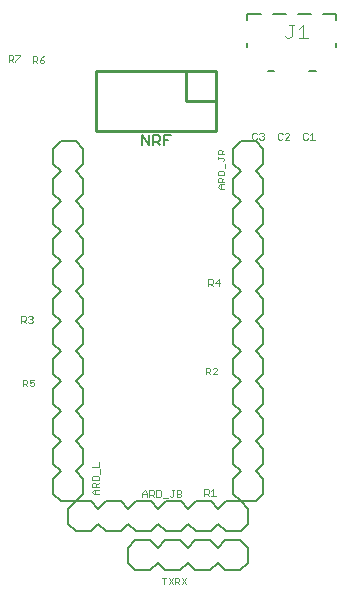
<source format=gto>
G75*
%MOIN*%
%OFA0B0*%
%FSLAX24Y24*%
%IPPOS*%
%LPD*%
%AMOC8*
5,1,8,0,0,1.08239X$1,22.5*
%
%ADD10C,0.0020*%
%ADD11C,0.0050*%
%ADD12C,0.0040*%
%ADD13C,0.0100*%
%ADD14C,0.0070*%
%ADD15C,0.0080*%
%ADD16C,0.0030*%
D10*
X008060Y012360D02*
X008060Y012590D01*
X008175Y012590D01*
X008213Y012552D01*
X008213Y012475D01*
X008175Y012437D01*
X008060Y012437D01*
X008136Y012437D02*
X008213Y012360D01*
X008290Y012398D02*
X008328Y012360D01*
X008405Y012360D01*
X008443Y012398D01*
X008443Y012475D01*
X008405Y012513D01*
X008367Y012513D01*
X008290Y012475D01*
X008290Y012590D01*
X008443Y012590D01*
X008355Y014480D02*
X008278Y014480D01*
X008240Y014518D01*
X008163Y014480D02*
X008086Y014557D01*
X008125Y014557D02*
X008010Y014557D01*
X008010Y014480D02*
X008010Y014710D01*
X008125Y014710D01*
X008163Y014672D01*
X008163Y014595D01*
X008125Y014557D01*
X008240Y014672D02*
X008278Y014710D01*
X008355Y014710D01*
X008393Y014672D01*
X008393Y014633D01*
X008355Y014595D01*
X008393Y014557D01*
X008393Y014518D01*
X008355Y014480D01*
X008355Y014595D02*
X008317Y014595D01*
X014245Y015700D02*
X014245Y015930D01*
X014360Y015930D01*
X014398Y015892D01*
X014398Y015815D01*
X014360Y015777D01*
X014245Y015777D01*
X014321Y015777D02*
X014398Y015700D01*
X014475Y015815D02*
X014628Y015815D01*
X014590Y015700D02*
X014590Y015930D01*
X014475Y015815D01*
X014510Y012990D02*
X014434Y012990D01*
X014395Y012952D01*
X014318Y012952D02*
X014318Y012875D01*
X014280Y012837D01*
X014165Y012837D01*
X014242Y012837D02*
X014318Y012760D01*
X014395Y012760D02*
X014549Y012913D01*
X014549Y012952D01*
X014510Y012990D01*
X014318Y012952D02*
X014280Y012990D01*
X014165Y012990D01*
X014165Y012760D01*
X014395Y012760D02*
X014549Y012760D01*
X014422Y008935D02*
X014422Y008705D01*
X014498Y008705D02*
X014345Y008705D01*
X014268Y008705D02*
X014191Y008782D01*
X014230Y008782D02*
X014115Y008782D01*
X014115Y008705D02*
X014115Y008935D01*
X014230Y008935D01*
X014268Y008897D01*
X014268Y008820D01*
X014230Y008782D01*
X014345Y008858D02*
X014422Y008935D01*
X015758Y020590D02*
X015720Y020628D01*
X015720Y020782D01*
X015758Y020820D01*
X015835Y020820D01*
X015873Y020782D01*
X015950Y020782D02*
X015989Y020820D01*
X016065Y020820D01*
X016104Y020782D01*
X016104Y020743D01*
X016065Y020705D01*
X016104Y020667D01*
X016104Y020628D01*
X016065Y020590D01*
X015989Y020590D01*
X015950Y020628D01*
X015873Y020628D02*
X015835Y020590D01*
X015758Y020590D01*
X016027Y020705D02*
X016065Y020705D01*
X016570Y020782D02*
X016570Y020628D01*
X016608Y020590D01*
X016685Y020590D01*
X016723Y020628D01*
X016800Y020590D02*
X016954Y020743D01*
X016954Y020782D01*
X016915Y020820D01*
X016839Y020820D01*
X016800Y020782D01*
X016723Y020782D02*
X016685Y020820D01*
X016608Y020820D01*
X016570Y020782D01*
X016800Y020590D02*
X016954Y020590D01*
X017410Y020628D02*
X017410Y020782D01*
X017448Y020820D01*
X017525Y020820D01*
X017563Y020782D01*
X017640Y020743D02*
X017717Y020820D01*
X017717Y020590D01*
X017640Y020590D02*
X017794Y020590D01*
X017563Y020628D02*
X017525Y020590D01*
X017448Y020590D01*
X017410Y020628D01*
X008783Y023178D02*
X008783Y023217D01*
X008745Y023255D01*
X008630Y023255D01*
X008630Y023178D01*
X008668Y023140D01*
X008745Y023140D01*
X008783Y023178D01*
X008707Y023332D02*
X008630Y023255D01*
X008553Y023255D02*
X008553Y023332D01*
X008515Y023370D01*
X008400Y023370D01*
X008400Y023140D01*
X008400Y023217D02*
X008515Y023217D01*
X008553Y023255D01*
X008476Y023217D02*
X008553Y023140D01*
X008707Y023332D02*
X008783Y023370D01*
X007974Y023372D02*
X007820Y023218D01*
X007820Y023180D01*
X007743Y023180D02*
X007667Y023257D01*
X007705Y023257D02*
X007590Y023257D01*
X007590Y023180D02*
X007590Y023410D01*
X007705Y023410D01*
X007743Y023372D01*
X007743Y023295D01*
X007705Y023257D01*
X007820Y023410D02*
X007974Y023410D01*
X007974Y023372D01*
D11*
X015554Y023659D02*
X015554Y023816D01*
X015554Y024564D02*
X015554Y024761D01*
X015997Y024761D01*
X016390Y024761D02*
X016833Y024761D01*
X017227Y024761D02*
X017670Y024761D01*
X018063Y024761D02*
X018506Y024761D01*
X018506Y024564D01*
X018506Y023816D02*
X018506Y023659D01*
X017837Y022871D02*
X017621Y022871D01*
X016439Y022871D02*
X016223Y022871D01*
D12*
X016877Y023960D02*
X016953Y023960D01*
X017030Y024037D01*
X017030Y024420D01*
X016953Y024420D02*
X017107Y024420D01*
X017260Y024267D02*
X017414Y024420D01*
X017414Y023960D01*
X017567Y023960D02*
X017260Y023960D01*
X016877Y023960D02*
X016800Y024037D01*
X013502Y005970D02*
X013369Y005770D01*
X013281Y005770D02*
X013215Y005837D01*
X013248Y005837D02*
X013148Y005837D01*
X013148Y005770D02*
X013148Y005970D01*
X013248Y005970D01*
X013281Y005937D01*
X013281Y005870D01*
X013248Y005837D01*
X013369Y005970D02*
X013502Y005770D01*
X013060Y005770D02*
X012927Y005970D01*
X012839Y005970D02*
X012706Y005970D01*
X012773Y005970D02*
X012773Y005770D01*
X012927Y005770D02*
X013060Y005970D01*
D13*
X014510Y020870D02*
X010510Y020870D01*
X010510Y022870D01*
X013510Y022870D01*
X013510Y021870D01*
X014510Y021870D01*
X014510Y020870D01*
X014510Y021870D02*
X014510Y022870D01*
X013510Y022870D01*
D14*
X013002Y020735D02*
X012782Y020735D01*
X012782Y020405D01*
X012634Y020405D02*
X012523Y020515D01*
X012578Y020515D02*
X012413Y020515D01*
X012413Y020405D02*
X012413Y020735D01*
X012578Y020735D01*
X012634Y020680D01*
X012634Y020570D01*
X012578Y020515D01*
X012782Y020570D02*
X012892Y020570D01*
X012265Y020405D02*
X012265Y020735D01*
X012045Y020735D02*
X012265Y020405D01*
X012045Y020405D02*
X012045Y020735D01*
D15*
X009080Y008780D02*
X009330Y008530D01*
X009830Y008530D01*
X010330Y008530D01*
X010580Y008280D01*
X010830Y008530D01*
X011330Y008530D01*
X011580Y008280D01*
X011830Y008530D01*
X012330Y008530D01*
X012580Y008280D01*
X012830Y008530D01*
X013330Y008530D01*
X013580Y008280D01*
X013830Y008530D01*
X014330Y008530D01*
X014580Y008280D01*
X014830Y008530D01*
X015330Y008530D01*
X015580Y008280D01*
X015580Y007780D01*
X015330Y007530D01*
X014830Y007530D01*
X014580Y007780D01*
X014330Y007530D01*
X013830Y007530D01*
X013580Y007780D01*
X013330Y007530D01*
X012830Y007530D01*
X012580Y007780D01*
X012330Y007530D01*
X011830Y007530D01*
X011580Y007780D01*
X011330Y007530D01*
X010830Y007530D01*
X010580Y007780D01*
X010330Y007530D01*
X009830Y007530D01*
X009580Y007780D01*
X009580Y008280D01*
X009830Y008530D01*
X010080Y008780D01*
X010080Y009280D01*
X009830Y009530D01*
X010080Y009780D01*
X010080Y010280D01*
X009830Y010530D01*
X010080Y010780D01*
X010080Y011280D01*
X009830Y011530D01*
X010080Y011780D01*
X010080Y012280D01*
X009830Y012530D01*
X010080Y012780D01*
X010080Y013280D01*
X009830Y013530D01*
X010080Y013780D01*
X010080Y014280D01*
X009830Y014530D01*
X010080Y014780D01*
X010080Y015280D01*
X009830Y015530D01*
X010080Y015780D01*
X010080Y016280D01*
X009830Y016530D01*
X010080Y016780D01*
X010080Y017280D01*
X009830Y017530D01*
X010080Y017780D01*
X010080Y018280D01*
X009830Y018530D01*
X010080Y018780D01*
X010080Y019280D01*
X009830Y019530D01*
X010080Y019780D01*
X010080Y020280D01*
X009830Y020530D01*
X009330Y020530D01*
X009080Y020280D01*
X009080Y019780D01*
X009330Y019530D01*
X009080Y019280D01*
X009080Y018780D01*
X009330Y018530D01*
X009080Y018280D01*
X009080Y017780D01*
X009330Y017530D01*
X009080Y017280D01*
X009080Y016780D01*
X009330Y016530D01*
X009080Y016280D01*
X009080Y015780D01*
X009330Y015530D01*
X009080Y015280D01*
X009080Y014780D01*
X009330Y014530D01*
X009080Y014280D01*
X009080Y013780D01*
X009330Y013530D01*
X009080Y013280D01*
X009080Y012780D01*
X009330Y012530D01*
X009080Y012280D01*
X009080Y011780D01*
X009330Y011530D01*
X009080Y011280D01*
X009080Y010780D01*
X009330Y010530D01*
X009080Y010280D01*
X009080Y009780D01*
X009330Y009530D01*
X009080Y009280D01*
X009080Y008780D01*
X011570Y006990D02*
X011570Y006490D01*
X011820Y006240D01*
X012320Y006240D01*
X012570Y006490D01*
X012820Y006240D01*
X013320Y006240D01*
X013570Y006490D01*
X013820Y006240D01*
X014320Y006240D01*
X014570Y006490D01*
X014820Y006240D01*
X015320Y006240D01*
X015570Y006490D01*
X015570Y006990D01*
X015320Y007240D01*
X014820Y007240D01*
X014570Y006990D01*
X014320Y007240D01*
X013820Y007240D01*
X013570Y006990D01*
X013320Y007240D01*
X012820Y007240D01*
X012570Y006990D01*
X012320Y007240D01*
X011820Y007240D01*
X011570Y006990D01*
X015080Y008780D02*
X015080Y009280D01*
X015330Y009530D01*
X015080Y009780D01*
X015080Y010280D01*
X015330Y010530D01*
X015080Y010780D01*
X015080Y011280D01*
X015330Y011530D01*
X015080Y011780D01*
X015080Y012280D01*
X015330Y012530D01*
X015080Y012780D01*
X015080Y013280D01*
X015330Y013530D01*
X015080Y013780D01*
X015080Y014280D01*
X015330Y014530D01*
X015080Y014780D01*
X015080Y015280D01*
X015330Y015530D01*
X015080Y015780D01*
X015080Y016280D01*
X015330Y016530D01*
X015080Y016780D01*
X015080Y017280D01*
X015330Y017530D01*
X015080Y017780D01*
X015080Y018280D01*
X015330Y018530D01*
X015080Y018780D01*
X015080Y019280D01*
X015330Y019530D01*
X015080Y019780D01*
X015080Y020280D01*
X015330Y020530D01*
X015830Y020530D01*
X016080Y020280D01*
X016080Y019780D01*
X015830Y019530D01*
X016080Y019280D01*
X016080Y018780D01*
X015830Y018530D01*
X016080Y018280D01*
X016080Y017780D01*
X015830Y017530D01*
X016080Y017280D01*
X016080Y016780D01*
X015830Y016530D01*
X016080Y016280D01*
X016080Y015780D01*
X015830Y015530D01*
X016080Y015280D01*
X016080Y014780D01*
X015830Y014530D01*
X016080Y014280D01*
X016080Y013780D01*
X015830Y013530D01*
X016080Y013280D01*
X016080Y012780D01*
X015830Y012530D01*
X016080Y012280D01*
X016080Y011780D01*
X015830Y011530D01*
X016080Y011280D01*
X016080Y010780D01*
X015830Y010530D01*
X016080Y010280D01*
X016080Y009780D01*
X015830Y009530D01*
X016080Y009280D01*
X016080Y008780D01*
X015830Y008530D01*
X015330Y008530D01*
X015080Y008780D01*
D16*
X013352Y008748D02*
X013352Y008712D01*
X013315Y008675D01*
X013205Y008675D01*
X013205Y008895D01*
X013315Y008895D01*
X013352Y008858D01*
X013352Y008822D01*
X013315Y008785D01*
X013205Y008785D01*
X013315Y008785D02*
X013352Y008748D01*
X013085Y008712D02*
X013085Y008895D01*
X013121Y008895D02*
X013048Y008895D01*
X013085Y008712D02*
X013048Y008675D01*
X013011Y008675D01*
X012975Y008712D01*
X012891Y008638D02*
X012744Y008638D01*
X012661Y008712D02*
X012661Y008858D01*
X012624Y008895D01*
X012514Y008895D01*
X012514Y008675D01*
X012624Y008675D01*
X012661Y008712D01*
X012431Y008675D02*
X012357Y008748D01*
X012394Y008748D02*
X012284Y008748D01*
X012284Y008675D02*
X012284Y008895D01*
X012394Y008895D01*
X012431Y008858D01*
X012431Y008785D01*
X012394Y008748D01*
X012201Y008785D02*
X012054Y008785D01*
X012054Y008822D02*
X012127Y008895D01*
X012201Y008822D01*
X012201Y008675D01*
X012054Y008675D02*
X012054Y008822D01*
X010595Y008765D02*
X010448Y008765D01*
X010375Y008838D01*
X010448Y008912D01*
X010595Y008912D01*
X010595Y008995D02*
X010375Y008995D01*
X010375Y009105D01*
X010412Y009142D01*
X010485Y009142D01*
X010522Y009105D01*
X010522Y008995D01*
X010522Y009069D02*
X010595Y009142D01*
X010595Y009225D02*
X010595Y009335D01*
X010558Y009372D01*
X010412Y009372D01*
X010375Y009335D01*
X010375Y009225D01*
X010595Y009225D01*
X010632Y009456D02*
X010632Y009602D01*
X010595Y009686D02*
X010595Y009833D01*
X010595Y009686D02*
X010375Y009686D01*
X010485Y008912D02*
X010485Y008765D01*
X014638Y018944D02*
X014565Y019017D01*
X014638Y019091D01*
X014785Y019091D01*
X014785Y019174D02*
X014565Y019174D01*
X014565Y019284D01*
X014602Y019321D01*
X014675Y019321D01*
X014712Y019284D01*
X014712Y019174D01*
X014712Y019247D02*
X014785Y019321D01*
X014785Y019404D02*
X014785Y019514D01*
X014748Y019551D01*
X014602Y019551D01*
X014565Y019514D01*
X014565Y019404D01*
X014785Y019404D01*
X014822Y019634D02*
X014822Y019781D01*
X014748Y019865D02*
X014785Y019901D01*
X014785Y019938D01*
X014748Y019975D01*
X014565Y019975D01*
X014565Y020011D02*
X014565Y019938D01*
X014565Y020095D02*
X014565Y020205D01*
X014602Y020242D01*
X014675Y020242D01*
X014712Y020205D01*
X014712Y020095D01*
X014785Y020095D02*
X014565Y020095D01*
X014712Y020168D02*
X014785Y020242D01*
X014675Y019091D02*
X014675Y018944D01*
X014638Y018944D02*
X014785Y018944D01*
M02*

</source>
